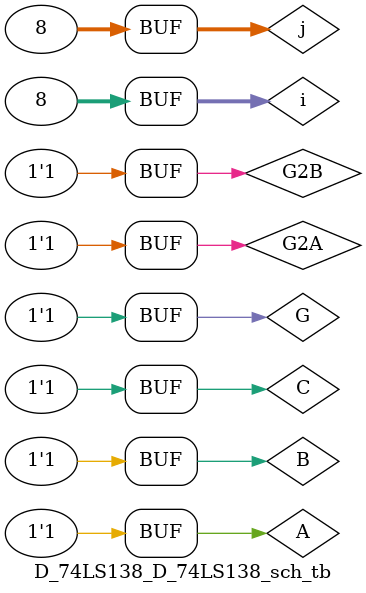
<source format=v>

`timescale 1ns / 1ps

`define auto_init

module D_74LS138_D_74LS138_sch_tb();

// Inputs
   reg A;
   reg B;
   reg C;
   reg G;
   reg G2A;
   reg G2B;

// Output
   wire [7:0] Y;

// Bidirs

// Instantiate the UUT
   D_74LS138 UUT (
		.Y(Y), 
		.A(A), 
		.B(B), 
		.C(C), 
		.G(G), 
		.G2A(G2A), 
		.G2B(G2B)
   );
// Initialize Inputs
   `ifdef auto_init
   integer i,j;
	initial begin
		C = 0;
		B = 0;
		A = 0;
		for (j=0; j<=7;j=j+1) begin
			{G2B,G2A,G} = j;
			for (i=0; i<=7;i=i+1) begin
				{C,B,A} = i;
				#50;
			end
		end
	end
   `endif
endmodule

</source>
